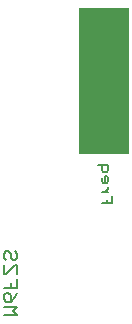
<source format=gbo>
G75*
%MOIN*%
%OFA0B0*%
%FSLAX24Y24*%
%IPPOS*%
%LPD*%
%AMOC8*
5,1,8,0,0,1.08239X$1,22.5*
%
%ADD10C,0.0060*%
%ADD11R,0.1700X0.4900*%
D10*
X000680Y016380D02*
X001120Y016380D01*
X000974Y016527D01*
X001120Y016674D01*
X000680Y016674D01*
X000753Y016840D02*
X000680Y016914D01*
X000680Y017061D01*
X000753Y017134D01*
X000827Y017134D01*
X000900Y017061D01*
X000900Y016840D01*
X000753Y016840D01*
X000900Y016840D02*
X001047Y016987D01*
X001120Y017134D01*
X001120Y017301D02*
X001120Y017594D01*
X001120Y017761D02*
X001120Y018055D01*
X001047Y018055D01*
X000753Y017761D01*
X000680Y017761D01*
X000680Y018055D01*
X000753Y018222D02*
X000680Y018295D01*
X000680Y018442D01*
X000753Y018515D01*
X000827Y018515D01*
X000900Y018442D01*
X000900Y018295D01*
X000974Y018222D01*
X001047Y018222D01*
X001120Y018295D01*
X001120Y018442D01*
X001047Y018515D01*
X000900Y017448D02*
X000900Y017301D01*
X000680Y017301D02*
X001120Y017301D01*
X003817Y021389D02*
X004157Y021389D01*
X004157Y021218D01*
X004100Y021162D01*
X003987Y021162D01*
X003930Y021218D01*
X003930Y021389D01*
X004043Y021020D02*
X004043Y020793D01*
X003987Y020793D02*
X004100Y020793D01*
X004157Y020850D01*
X004157Y020964D01*
X004100Y021020D01*
X004043Y021020D01*
X003930Y020964D02*
X003930Y020850D01*
X003987Y020793D01*
X004157Y020600D02*
X004043Y020486D01*
X003930Y020486D02*
X004157Y020486D01*
X004157Y020600D02*
X004157Y020657D01*
X004270Y020345D02*
X004270Y020118D01*
X003930Y020118D01*
X004100Y020118D02*
X004100Y020232D01*
D11*
X004000Y024200D03*
M02*

</source>
